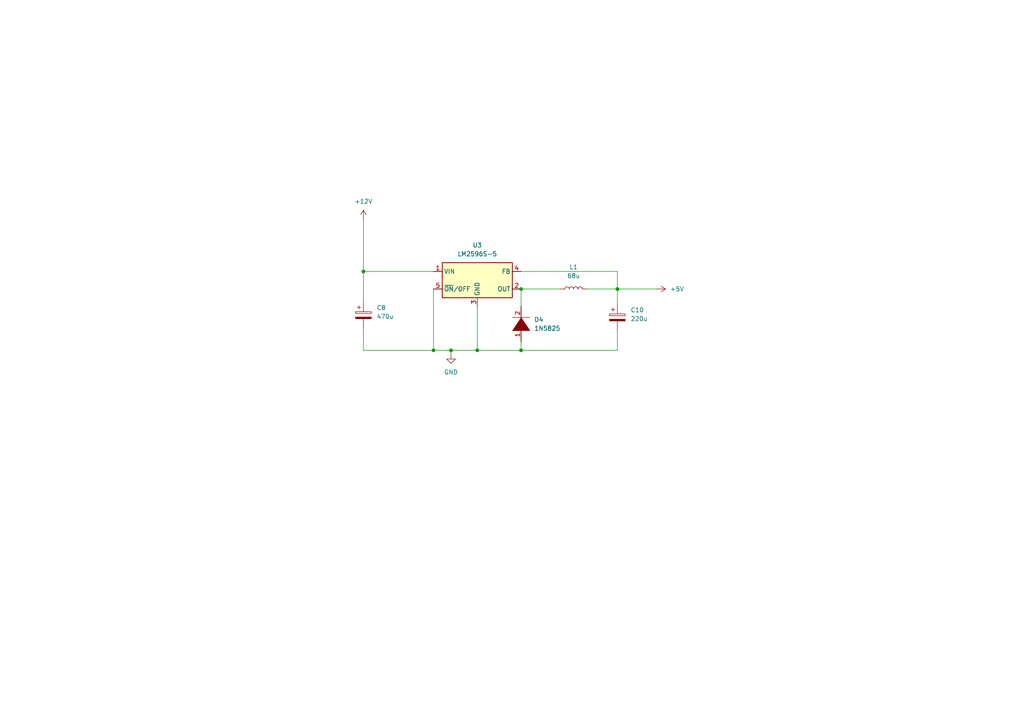
<source format=kicad_sch>
(kicad_sch (version 20211123) (generator eeschema)
  (paper "A4")
  (lib_symbols
    (symbol "Device:C_Polarized" (pin_numbers hide) (pin_names (offset 0.254))
      (property "Reference" "C" (at 0.635 2.54 0))
      (property "Value" "C_Polarized" (at 0.635 -2.54 0))
      (symbol "C_Polarized_0_1"
        (rectangle (start -2.286 0.508) (end 2.286 1.016))
        (polyline (pts (xy -1.778 2.286) (xy -0.762 2.286)))
        (polyline (pts (xy -1.27 2.794) (xy -1.27 1.778)))
        (rectangle (start 2.286 -0.508) (end -2.286 -1.016) (fill (type outline)))
      )
      (symbol "C_Polarized_1_1"
        (pin passive line (at 0 3.81 270) (length 2.794) (name "~") (number "1"))
        (pin passive line (at 0 -3.81 90) (length 2.794) (name "~") (number "2"))
      )
    )
    (symbol "Device:L" (pin_numbers hide) (pin_names (offset 1.016) hide)
      (property "Reference" "L" (at -1.27 0 90))
      (property "Value" "L" (at 1.905 0 90))
      (symbol "L_0_1"
        (arc (start 0 -2.54) (mid 0.635 -1.905) (end 0 -1.27))
        (arc (start 0 -1.27) (mid 0.635 -0.635) (end 0 0))
        (arc (start 0 0) (mid 0.635 0.635) (end 0 1.27))
        (arc (start 0 1.27) (mid 0.635 1.905) (end 0 2.54))
      )
      (symbol "L_1_1"
        (pin passive line (at 0 3.81 270) (length 1.27) (name "1") (number "1"))
        (pin passive line (at 0 -3.81 90) (length 1.27) (name "2") (number "2"))
      )
    )
    (symbol "Regulator_Switching:LM2596S-5"
      (property "Reference" "U" (at -10.16 6.35 0))
      (property "Value" "LM2596S-5" (at 0 6.35 0))
      (symbol "LM2596S-5_0_1"
        (rectangle (start -10.16 5.08) (end 10.16 -5.08) (stroke (width 0.254)) (fill (type background)))
      )
      (symbol "LM2596S-5_1_1"
        (pin power_in line (at -12.7 2.54 0) (length 2.54) (name "VIN") (number "1"))
        (pin output line (at 12.7 -2.54 180) (length 2.54) (name "OUT") (number "2"))
        (pin power_in line (at 0 -7.62 90) (length 2.54) (name "GND") (number "3"))
        (pin input line (at 12.7 2.54 180) (length 2.54) (name "FB") (number "4"))
        (pin input line (at -12.7 -2.54 0) (length 2.54) (name "~{ON}/OFF") (number "5"))
      )
    )
    (symbol "power:+12V" (power) (pin_names (offset 0))
      (property "Value" "+12V" (at 0 3.556 0))
      (symbol "+12V_0_1"
        (polyline (pts (xy -0.762 1.27) (xy 0 2.54)))
        (polyline (pts (xy 0 0) (xy 0 2.54)))
        (polyline (pts (xy 0 2.54) (xy 0.762 1.27)))
      )
      (symbol "+12V_1_1"
        (pin power_in line (at 0 0 90) (length 0) hide (name "+12V") (number "1"))
      )
    )
    (symbol "power:+5V" (power) (pin_names (offset 0))
      (property "Value" "+5V" (at 0 3.556 0))
      (symbol "+5V_0_1"
        (polyline (pts (xy -0.762 1.27) (xy 0 2.54)))
        (polyline (pts (xy 0 0) (xy 0 2.54)))
        (polyline (pts (xy 0 2.54) (xy 0.762 1.27)))
      )
      (symbol "+5V_1_1"
        (pin power_in line (at 0 0 90) (length 0) hide (name "+5V") (number "1"))
      )
    )
    (symbol "power:GND" (power) (pin_names (offset 0))
      (property "Value" "GND" (at 0 -3.81 0))
      (symbol "GND_0_1"
        (polyline (pts (xy 0 0) (xy 0 -1.27) (xy 1.27 -1.27) (xy 0 -2.54) (xy -1.27 -1.27) (xy 0 -1.27)))
      )
      (symbol "GND_1_1"
        (pin power_in line (at 0 0 270) (length 0) hide (name "GND") (number "1"))
      )
    )
    (symbol "pspice:DIODE" (pin_names (offset 1.016) hide)
      (property "Reference" "D" (at 0 3.81 0))
      (property "Value" "DIODE" (at 0 -4.445 0))
      (symbol "DIODE_0_1"
        (polyline (pts (xy 1.905 2.54) (xy 1.905 -2.54)))
        (polyline (pts (xy -1.905 2.54) (xy -1.905 -2.54) (xy 1.905 0)) (fill (type outline)))
      )
      (symbol "DIODE_1_1"
        (pin input line (at -5.08 0 0) (length 3.81) (name "K") (number "1"))
        (pin input line (at 5.08 0 180) (length 3.81) (name "A") (number "2"))
      )
    )
  )
  (junction (at 105.41 78.74))
  (junction (at 179.07 83.82))
  (junction (at 151.13 101.6))
  (junction (at 138.43 101.6))
  (junction (at 125.73 101.6))
  (junction (at 151.13 83.82))
  (junction (at 130.81 101.6))
  (wire (pts (xy 130.81 101.6) (xy 138.43 101.6)))
  (wire (pts (xy 179.07 83.82) (xy 179.07 78.74)))
  (wire (pts (xy 130.81 101.6) (xy 130.81 102.87)))
  (wire (pts (xy 151.13 88.9) (xy 151.13 83.82)))
  (wire (pts (xy 105.41 101.6) (xy 125.73 101.6)))
  (wire (pts (xy 151.13 78.74) (xy 179.07 78.74)))
  (wire (pts (xy 179.07 101.6) (xy 179.07 95.885)))
  (wire (pts (xy 151.13 83.82) (xy 162.56 83.82)))
  (wire (pts (xy 125.73 78.74) (xy 105.41 78.74)))
  (wire (pts (xy 179.07 83.82) (xy 179.07 88.265)))
  (wire (pts (xy 105.41 63.5) (xy 105.41 78.74)))
  (wire (pts (xy 138.43 101.6) (xy 151.13 101.6)))
  (wire (pts (xy 170.18 83.82) (xy 179.07 83.82)))
  (wire (pts (xy 105.41 78.74) (xy 105.41 87.63)))
  (wire (pts (xy 125.73 83.82) (xy 125.73 101.6)))
  (wire (pts (xy 151.13 101.6) (xy 151.13 99.06)))
  (wire (pts (xy 138.43 101.6) (xy 138.43 88.9)))
  (wire (pts (xy 151.13 101.6) (xy 179.07 101.6)))
  (wire (pts (xy 105.41 95.25) (xy 105.41 101.6)))
  (wire (pts (xy 179.07 83.82) (xy 190.5 83.82)))
  (wire (pts (xy 125.73 101.6) (xy 130.81 101.6)))
  (symbol (lib_id "Device:L") (at 166.37 83.82 90) (unit 1)
    (property "Reference" "L1" (at 166.37 77.47 90))
    (property "Value" "68u" (at 166.37 80.01 90))
    (property "Footprint" "Inductor_SMD:L_Neosid_SM-PIC0612H" (effects hide))
  )
  (symbol (lib_id "power:+12V") (at 105.41 63.5 0) (unit 1)
    (property "Reference" "#PWR0102" (effects hide))
    (property "Value" "+12V" (at 105.41 58.42 0))
  )
  (symbol (lib_id "Regulator_Switching:LM2596S-5") (at 138.43 81.28 0) (unit 1)
    (property "Reference" "U3" (at 138.43 71.12 0))
    (property "Value" "LM2596S-5" (at 138.43 73.66 0))
    (property "Footprint" "Package_TO_SOT_SMD:TO-263-5_TabPin3" (effects hide))
    (property "Datasheet" "http://www.ti.com/lit/ds/symlink/lm2596.pdf" (effects hide))
  )
  (symbol (lib_id "power:+5V") (at 190.5 83.82 270) (unit 1)
    (property "Reference" "#PWR0103" (effects hide))
    (property "Value" "+5V" (at 194.31 83.8199 90) (effects (justify left)))
  )
  (symbol (lib_id "Device:C_Polarized") (at 179.07 92.075 0) (unit 1)
    (property "Reference" "C10" (at 182.88 89.9159 0) (effects (justify left)))
    (property "Value" "220u" (at 182.88 92.4559 0) (effects (justify left)))
    (property "Footprint" "Capacitor_SMD:CP_Elec_6.3x7.7" (effects hide))
  )
  (symbol (lib_id "pspice:DIODE") (at 151.13 93.98 90) (unit 1)
    (property "Reference" "D4" (at 154.94 92.7099 90) (effects (justify right)))
    (property "Value" "1N5825" (at 154.94 95.2499 90) (effects (justify right)))
    (property "Footprint" "Diode_THT:D_DO-201AE_P5.08mm_Vertical_AnodeUp" (effects hide))
  )
  (symbol (lib_id "power:GND") (at 130.81 102.87 0) (unit 1)
    (property "Reference" "#PWR0101" (effects hide))
    (property "Value" "GND" (at 130.81 107.95 0))
  )
  (symbol (lib_id "Device:C_Polarized") (at 105.41 91.44 0) (unit 1)
    (property "Reference" "C8" (at 109.22 89.2809 0) (effects (justify left)))
    (property "Value" "470u" (at 109.22 91.8209 0) (effects (justify left)))
    (property "Footprint" "Capacitor_SMD:CP_Elec_8x6.9" (effects hide))
  )
)
</source>
